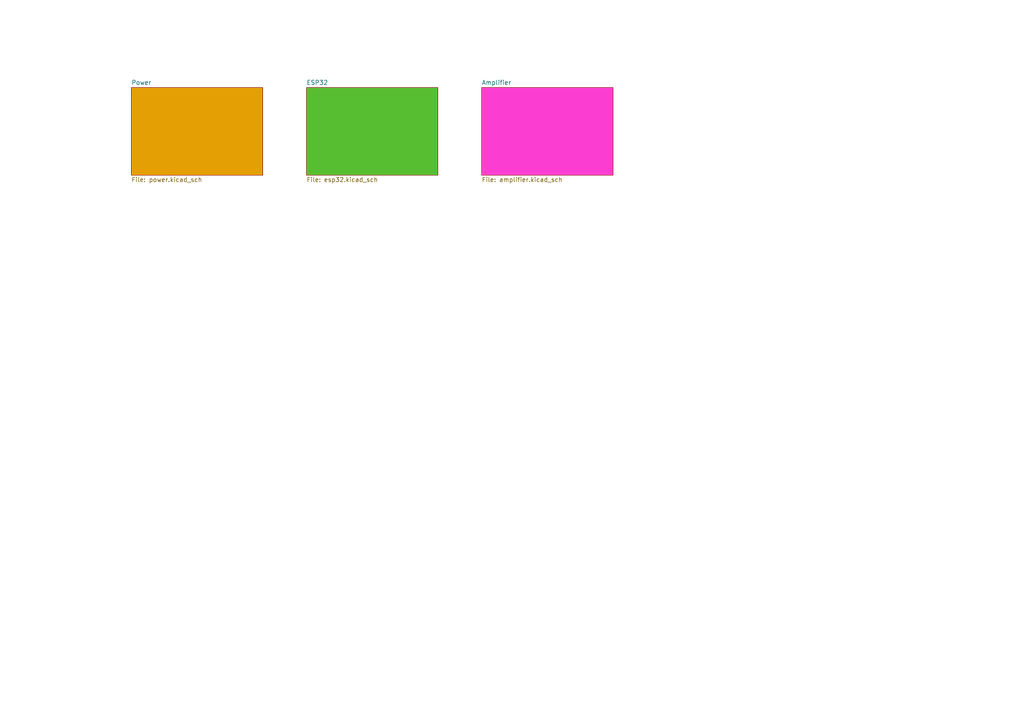
<source format=kicad_sch>
(kicad_sch
	(version 20250114)
	(generator "eeschema")
	(generator_version "9.0")
	(uuid "4af49fe6-1b31-410d-a4f6-8a006077b266")
	(paper "A4")
	(lib_symbols)
	(sheet
		(at 139.7 25.4)
		(size 38.1 25.4)
		(exclude_from_sim no)
		(in_bom yes)
		(on_board yes)
		(dnp no)
		(fields_autoplaced yes)
		(stroke
			(width 0.1524)
			(type solid)
		)
		(fill
			(color 251 62 209 1.0000)
		)
		(uuid "89b335e4-deb8-44bf-bba8-15bcda0b3e9d")
		(property "Sheetname" "Amplifier"
			(at 139.7 24.6884 0)
			(effects
				(font
					(size 1.27 1.27)
				)
				(justify left bottom)
			)
		)
		(property "Sheetfile" "amplifier.kicad_sch"
			(at 139.7 51.3846 0)
			(effects
				(font
					(size 1.27 1.27)
				)
				(justify left top)
			)
		)
		(instances
			(project "Silent_disco"
				(path "/4af49fe6-1b31-410d-a4f6-8a006077b266"
					(page "4")
				)
			)
		)
	)
	(sheet
		(at 88.9 25.4)
		(size 38.1 25.4)
		(exclude_from_sim no)
		(in_bom yes)
		(on_board yes)
		(dnp no)
		(fields_autoplaced yes)
		(stroke
			(width 0.1524)
			(type solid)
		)
		(fill
			(color 86 190 48 1.0000)
		)
		(uuid "cb2cb63d-9490-4ab5-b4aa-6b595f412c48")
		(property "Sheetname" "ESP32"
			(at 88.9 24.6884 0)
			(effects
				(font
					(size 1.27 1.27)
				)
				(justify left bottom)
			)
		)
		(property "Sheetfile" "esp32.kicad_sch"
			(at 88.9 51.3846 0)
			(effects
				(font
					(size 1.27 1.27)
				)
				(justify left top)
			)
		)
		(instances
			(project "Silent_disco"
				(path "/4af49fe6-1b31-410d-a4f6-8a006077b266"
					(page "3")
				)
			)
		)
	)
	(sheet
		(at 38.1 25.4)
		(size 38.1 25.4)
		(exclude_from_sim no)
		(in_bom yes)
		(on_board yes)
		(dnp no)
		(fields_autoplaced yes)
		(stroke
			(width 0.1524)
			(type solid)
		)
		(fill
			(color 228 159 5 1.0000)
		)
		(uuid "ff966478-3888-492d-8882-5d8506252930")
		(property "Sheetname" "Power"
			(at 38.1 24.6884 0)
			(effects
				(font
					(size 1.27 1.27)
				)
				(justify left bottom)
			)
		)
		(property "Sheetfile" "power.kicad_sch"
			(at 38.1 51.3846 0)
			(effects
				(font
					(size 1.27 1.27)
				)
				(justify left top)
			)
		)
		(instances
			(project "Silent_disco"
				(path "/4af49fe6-1b31-410d-a4f6-8a006077b266"
					(page "2")
				)
			)
		)
	)
	(sheet_instances
		(path "/"
			(page "1")
		)
	)
	(embedded_fonts no)
)

</source>
